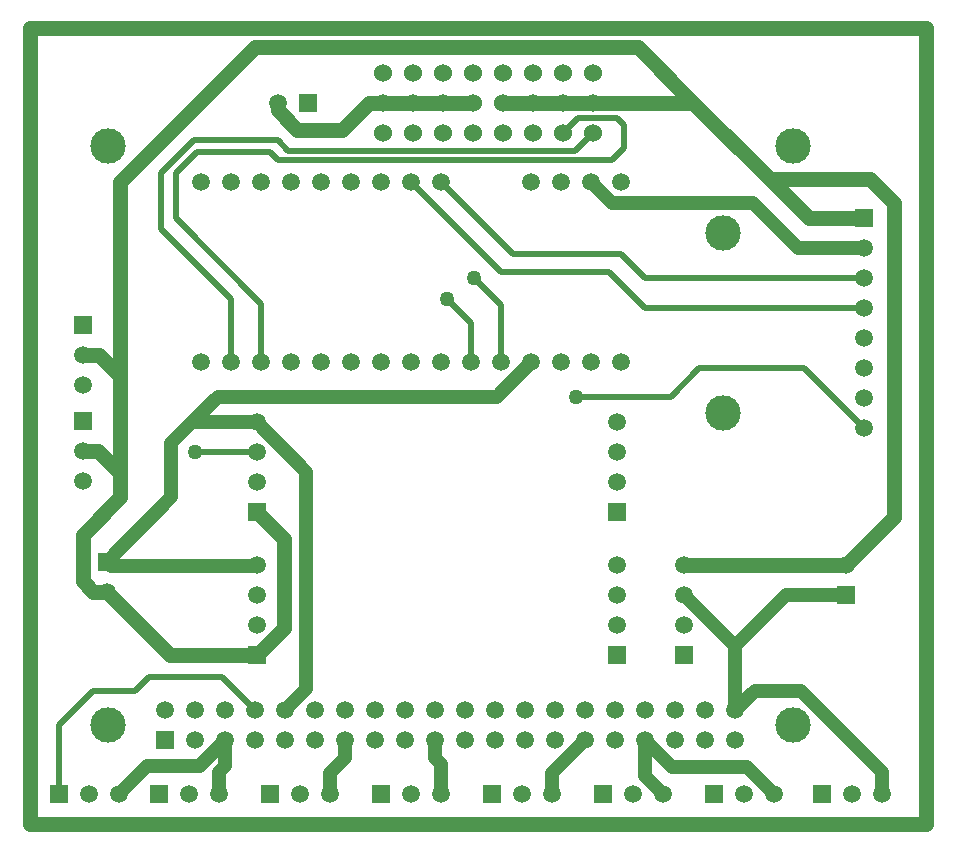
<source format=gtl>
G04 Layer_Physical_Order=1*
G04 Layer_Color=255*
%FSLAX43Y43*%
%MOMM*%
G71*
G01*
G75*
%ADD10C,1.300*%
%ADD11C,0.500*%
%ADD12C,1.200*%
%ADD13C,1.270*%
%ADD14C,1.500*%
%ADD15R,1.500X1.500*%
%ADD16C,3.000*%
%ADD17R,1.500X1.500*%
%ADD18C,1.524*%
%ADD19C,1.270*%
D10*
X83185Y110490D02*
X84328D01*
X117094Y104013D02*
X120396Y100711D01*
X125095D01*
X123571Y71374D02*
X127635Y75438D01*
X59817Y69088D02*
X60960D01*
X109855Y71374D02*
X123571D01*
X60960Y69088D02*
X66294Y63754D01*
X73660D01*
X110617Y110490D02*
X117094Y104013D01*
X84328Y110490D02*
X86868D01*
X89408D01*
X91948D01*
X102108D02*
X110617D01*
X99568D02*
X102108D01*
X97028D02*
X99568D01*
X94488D02*
X97028D01*
X117094Y104013D02*
X125603D01*
X127635Y101981D01*
Y75438D02*
Y101981D01*
X73660Y63754D02*
X75946Y66040D01*
Y73533D01*
X73660Y75819D02*
X75946Y73533D01*
X58928Y69977D02*
X59817Y69088D01*
X58928Y69977D02*
Y73914D01*
X62103Y77089D01*
X58928Y81026D02*
X60198D01*
X62103Y79121D01*
Y77089D02*
Y79121D01*
Y87376D02*
Y103759D01*
Y79121D02*
Y87376D01*
X58928Y89154D02*
X60325D01*
X62103Y87376D01*
Y103759D02*
X73533Y115189D01*
X105918D01*
X110617Y110490D01*
X80899Y108204D02*
X83185Y110490D01*
X75438Y109855D02*
Y110490D01*
Y109855D02*
X77089Y108204D01*
X80899D01*
D11*
X68453Y80899D02*
X73660D01*
X66802Y100711D02*
Y104521D01*
X56896Y51943D02*
Y57785D01*
X64516Y61849D02*
X70739D01*
X73533Y59055D01*
X106553Y93091D02*
X125095D01*
X106553Y95631D02*
X125095D01*
X74803Y51943D02*
X75057D01*
X86741Y103759D02*
X94361Y96139D01*
X103505D01*
X106553Y93091D01*
X89281Y103759D02*
X95377Y97663D01*
X104521D01*
X106553Y95631D01*
X71501Y88519D02*
Y93853D01*
X65532Y99822D02*
X71501Y93853D01*
X65532Y99822D02*
Y104521D01*
X66802Y100711D02*
X74041Y93472D01*
Y88519D02*
Y93472D01*
X99568Y107950D02*
X100838Y109220D01*
X104140D01*
X104775Y108585D01*
Y106680D02*
Y108585D01*
X101092Y85598D02*
X108712D01*
X111125Y88011D01*
X120015D01*
X125095Y82931D01*
X75438Y105664D02*
X103759D01*
X104775Y106680D01*
X76335Y106418D02*
X100576D01*
X102108Y107950D01*
X56896Y57785D02*
X59817Y60706D01*
X63373D01*
X64516Y61849D01*
X65532Y104521D02*
X68326Y107315D01*
X75438D01*
X76335Y106418D01*
X66802Y104521D02*
X68580Y106299D01*
X74803D01*
X75438Y105664D01*
X94361Y88519D02*
Y93345D01*
X92202Y95504D02*
X94361Y93345D01*
X91821Y88519D02*
Y91821D01*
X89916Y93726D02*
X91821Y91821D01*
D12*
X108839Y54229D02*
X115189D01*
X117475Y51943D01*
X93980Y85598D02*
X96901Y88519D01*
X70358Y85598D02*
X93980D01*
X68199Y83439D02*
X70358Y85598D01*
X114173Y64516D02*
X118491Y68834D01*
X123571D01*
X60960Y71628D02*
X61341Y71247D01*
X73533D01*
X60960Y71628D02*
X66421Y77089D01*
Y81661D01*
X68199Y83439D01*
X73533Y71247D02*
X73660Y71374D01*
X68199Y83439D02*
X73660D01*
X81153Y54991D02*
Y56515D01*
X79883Y53721D02*
X81153Y54991D01*
X79883Y51943D02*
Y53721D01*
X70993Y54356D02*
Y56515D01*
X70485Y53848D02*
X70993Y54356D01*
X70485Y51943D02*
Y53848D01*
X89281Y51943D02*
Y54483D01*
X88773Y54991D02*
X89281Y54483D01*
X88773Y54991D02*
Y56515D01*
X98679Y51943D02*
Y53721D01*
X101473Y56515D01*
X106553D02*
X108839Y54229D01*
X106553Y53467D02*
Y56515D01*
Y53467D02*
X108077Y51943D01*
X109855Y68834D02*
X114173Y64516D01*
Y59055D02*
Y64516D01*
X68834Y54356D02*
X70993Y56515D01*
X64389Y54356D02*
X68834D01*
X61976Y51943D02*
X64389Y54356D01*
X114173Y59055D02*
X115824Y60706D01*
X76073Y59055D02*
X77851Y60833D01*
Y79248D01*
X73660Y83439D02*
X77851Y79248D01*
X101981Y103759D02*
X103759Y101981D01*
X115697D01*
X119507Y98171D01*
X125095D01*
X126619Y51943D02*
Y53848D01*
X115824Y60706D02*
X119761D01*
X126619Y53848D01*
D13*
X54483Y49403D02*
Y116840D01*
Y49403D02*
X130302D01*
Y116840D01*
X54483D02*
X130302D01*
D14*
X109855Y71374D02*
D03*
Y68834D02*
D03*
Y66294D02*
D03*
X68961Y88519D02*
D03*
X71501D02*
D03*
X74041D02*
D03*
X76581D02*
D03*
X79121D02*
D03*
X81661D02*
D03*
X84201D02*
D03*
X86741D02*
D03*
X89281D02*
D03*
X91821D02*
D03*
X94361D02*
D03*
X96901D02*
D03*
X99441D02*
D03*
X101981D02*
D03*
X104521D02*
D03*
X68961Y103759D02*
D03*
X71501D02*
D03*
X74041D02*
D03*
X76581D02*
D03*
X79121D02*
D03*
X81661D02*
D03*
X84201D02*
D03*
X86741D02*
D03*
X89281D02*
D03*
X96901D02*
D03*
X99441D02*
D03*
X101981D02*
D03*
X104521D02*
D03*
X104140Y83439D02*
D03*
Y80899D02*
D03*
Y78359D02*
D03*
X79883Y51943D02*
D03*
X77343D02*
D03*
X104140Y71374D02*
D03*
Y68834D02*
D03*
Y66294D02*
D03*
X117475Y51943D02*
D03*
X114935D02*
D03*
X108077D02*
D03*
X105537D02*
D03*
X98679D02*
D03*
X96139D02*
D03*
X89281D02*
D03*
X86741D02*
D03*
X70485D02*
D03*
X67945D02*
D03*
X124079D02*
D03*
X126619D02*
D03*
X73660Y83439D02*
D03*
Y80899D02*
D03*
Y78359D02*
D03*
Y71374D02*
D03*
Y68834D02*
D03*
Y66294D02*
D03*
X60960Y69088D02*
D03*
X123571Y71374D02*
D03*
X75438Y110490D02*
D03*
X58928Y89154D02*
D03*
Y86614D02*
D03*
Y81026D02*
D03*
Y78486D02*
D03*
X65913Y59055D02*
D03*
X68453Y56515D02*
D03*
Y59055D02*
D03*
X70993Y56515D02*
D03*
Y59055D02*
D03*
X73533Y56515D02*
D03*
Y59055D02*
D03*
X76073Y56515D02*
D03*
Y59055D02*
D03*
X78613Y56515D02*
D03*
Y59055D02*
D03*
X81153Y56515D02*
D03*
Y59055D02*
D03*
X83693Y56515D02*
D03*
Y59055D02*
D03*
X86233Y56515D02*
D03*
Y59055D02*
D03*
X88773Y56515D02*
D03*
Y59055D02*
D03*
X91313Y56515D02*
D03*
Y59055D02*
D03*
X93853Y56515D02*
D03*
Y59055D02*
D03*
X96393Y56515D02*
D03*
Y59055D02*
D03*
X98933Y56515D02*
D03*
Y59055D02*
D03*
X101473Y56515D02*
D03*
Y59055D02*
D03*
X104013Y56515D02*
D03*
Y59055D02*
D03*
X106553Y56515D02*
D03*
Y59055D02*
D03*
X109093Y56515D02*
D03*
Y59055D02*
D03*
X111633Y56515D02*
D03*
Y59055D02*
D03*
X114173Y56515D02*
D03*
Y59055D02*
D03*
X125095Y98171D02*
D03*
Y95631D02*
D03*
Y93091D02*
D03*
Y90551D02*
D03*
Y88011D02*
D03*
Y85471D02*
D03*
Y82931D02*
D03*
X61976Y51943D02*
D03*
X59436D02*
D03*
D15*
X109855Y63754D02*
D03*
X104140Y75819D02*
D03*
Y63754D02*
D03*
X73660Y75819D02*
D03*
Y63754D02*
D03*
X60960Y71628D02*
D03*
X123571Y68834D02*
D03*
X58928Y91694D02*
D03*
Y83566D02*
D03*
X125095Y100711D02*
D03*
D16*
X113161Y84201D02*
D03*
Y99441D02*
D03*
X61051Y106785D02*
D03*
X119041D02*
D03*
X61051Y57785D02*
D03*
X119041D02*
D03*
D17*
X74803Y51943D02*
D03*
X112395D02*
D03*
X102997D02*
D03*
X93599D02*
D03*
X84201D02*
D03*
X65405D02*
D03*
X121539D02*
D03*
X77978Y110490D02*
D03*
X65913Y56515D02*
D03*
X56896Y51943D02*
D03*
D18*
X84328Y113030D02*
D03*
X86868D02*
D03*
X89408D02*
D03*
X91948D02*
D03*
X94488D02*
D03*
X97028D02*
D03*
X99568D02*
D03*
X102108D02*
D03*
X84328Y110490D02*
D03*
X86868D02*
D03*
X89408D02*
D03*
X91948D02*
D03*
X94488D02*
D03*
X97028D02*
D03*
X99568D02*
D03*
X102108D02*
D03*
X84328Y107950D02*
D03*
X86868D02*
D03*
X89408D02*
D03*
X91948D02*
D03*
X94488D02*
D03*
X97028D02*
D03*
X99568D02*
D03*
X102108D02*
D03*
D19*
X68453Y80899D02*
D03*
X100711Y85598D02*
D03*
X92075Y95631D02*
D03*
X89789Y93853D02*
D03*
M02*

</source>
